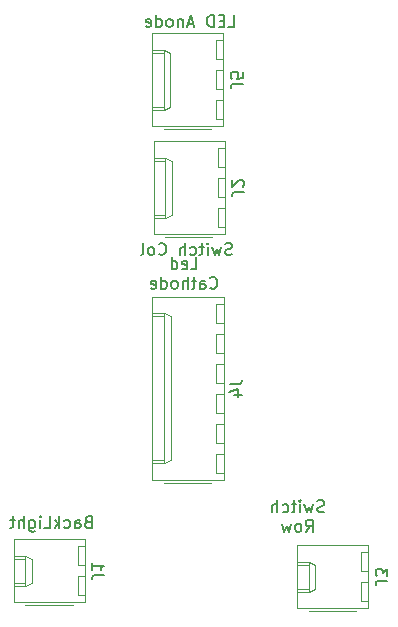
<source format=gbr>
G04 #@! TF.GenerationSoftware,KiCad,Pcbnew,(5.1.5-0-10_14)*
G04 #@! TF.CreationDate,2020-06-21T14:32:38+10:00*
G04 #@! TF.ProjectId,JETT_SELECT_Panel,4a455454-5f53-4454-9c45-43545f50616e,-*
G04 #@! TF.SameCoordinates,Original*
G04 #@! TF.FileFunction,Legend,Bot*
G04 #@! TF.FilePolarity,Positive*
%FSLAX46Y46*%
G04 Gerber Fmt 4.6, Leading zero omitted, Abs format (unit mm)*
G04 Created by KiCad (PCBNEW (5.1.5-0-10_14)) date 2020-06-21 14:32:38*
%MOMM*%
%LPD*%
G04 APERTURE LIST*
%ADD10C,0.150000*%
%ADD11C,0.120000*%
G04 APERTURE END LIST*
D10*
X106393845Y-66397130D02*
X106870035Y-66397130D01*
X106870035Y-65397130D01*
X106060511Y-65873321D02*
X105727178Y-65873321D01*
X105584321Y-66397130D02*
X106060511Y-66397130D01*
X106060511Y-65397130D01*
X105584321Y-65397130D01*
X105155750Y-66397130D02*
X105155750Y-65397130D01*
X104917654Y-65397130D01*
X104774797Y-65444750D01*
X104679559Y-65539988D01*
X104631940Y-65635226D01*
X104584321Y-65825702D01*
X104584321Y-65968559D01*
X104631940Y-66159035D01*
X104679559Y-66254273D01*
X104774797Y-66349511D01*
X104917654Y-66397130D01*
X105155750Y-66397130D01*
X103441464Y-66111416D02*
X102965273Y-66111416D01*
X103536702Y-66397130D02*
X103203369Y-65397130D01*
X102870035Y-66397130D01*
X102536702Y-65730464D02*
X102536702Y-66397130D01*
X102536702Y-65825702D02*
X102489083Y-65778083D01*
X102393845Y-65730464D01*
X102250988Y-65730464D01*
X102155750Y-65778083D01*
X102108130Y-65873321D01*
X102108130Y-66397130D01*
X101489083Y-66397130D02*
X101584321Y-66349511D01*
X101631940Y-66301892D01*
X101679559Y-66206654D01*
X101679559Y-65920940D01*
X101631940Y-65825702D01*
X101584321Y-65778083D01*
X101489083Y-65730464D01*
X101346226Y-65730464D01*
X101250988Y-65778083D01*
X101203369Y-65825702D01*
X101155750Y-65920940D01*
X101155750Y-66206654D01*
X101203369Y-66301892D01*
X101250988Y-66349511D01*
X101346226Y-66397130D01*
X101489083Y-66397130D01*
X100298607Y-66397130D02*
X100298607Y-65397130D01*
X100298607Y-66349511D02*
X100393845Y-66397130D01*
X100584321Y-66397130D01*
X100679559Y-66349511D01*
X100727178Y-66301892D01*
X100774797Y-66206654D01*
X100774797Y-65920940D01*
X100727178Y-65825702D01*
X100679559Y-65778083D01*
X100584321Y-65730464D01*
X100393845Y-65730464D01*
X100298607Y-65778083D01*
X99441464Y-66349511D02*
X99536702Y-66397130D01*
X99727178Y-66397130D01*
X99822416Y-66349511D01*
X99870035Y-66254273D01*
X99870035Y-65873321D01*
X99822416Y-65778083D01*
X99727178Y-65730464D01*
X99536702Y-65730464D01*
X99441464Y-65778083D01*
X99393845Y-65873321D01*
X99393845Y-65968559D01*
X99870035Y-66063797D01*
X106711273Y-85653511D02*
X106568416Y-85701130D01*
X106330321Y-85701130D01*
X106235083Y-85653511D01*
X106187464Y-85605892D01*
X106139845Y-85510654D01*
X106139845Y-85415416D01*
X106187464Y-85320178D01*
X106235083Y-85272559D01*
X106330321Y-85224940D01*
X106520797Y-85177321D01*
X106616035Y-85129702D01*
X106663654Y-85082083D01*
X106711273Y-84986845D01*
X106711273Y-84891607D01*
X106663654Y-84796369D01*
X106616035Y-84748750D01*
X106520797Y-84701130D01*
X106282702Y-84701130D01*
X106139845Y-84748750D01*
X105806511Y-85034464D02*
X105616035Y-85701130D01*
X105425559Y-85224940D01*
X105235083Y-85701130D01*
X105044607Y-85034464D01*
X104663654Y-85701130D02*
X104663654Y-85034464D01*
X104663654Y-84701130D02*
X104711273Y-84748750D01*
X104663654Y-84796369D01*
X104616035Y-84748750D01*
X104663654Y-84701130D01*
X104663654Y-84796369D01*
X104330321Y-85034464D02*
X103949369Y-85034464D01*
X104187464Y-84701130D02*
X104187464Y-85558273D01*
X104139845Y-85653511D01*
X104044607Y-85701130D01*
X103949369Y-85701130D01*
X103187464Y-85653511D02*
X103282702Y-85701130D01*
X103473178Y-85701130D01*
X103568416Y-85653511D01*
X103616035Y-85605892D01*
X103663654Y-85510654D01*
X103663654Y-85224940D01*
X103616035Y-85129702D01*
X103568416Y-85082083D01*
X103473178Y-85034464D01*
X103282702Y-85034464D01*
X103187464Y-85082083D01*
X102758892Y-85701130D02*
X102758892Y-84701130D01*
X102330321Y-85701130D02*
X102330321Y-85177321D01*
X102377940Y-85082083D01*
X102473178Y-85034464D01*
X102616035Y-85034464D01*
X102711273Y-85082083D01*
X102758892Y-85129702D01*
X100520797Y-85605892D02*
X100568416Y-85653511D01*
X100711273Y-85701130D01*
X100806511Y-85701130D01*
X100949369Y-85653511D01*
X101044607Y-85558273D01*
X101092226Y-85463035D01*
X101139845Y-85272559D01*
X101139845Y-85129702D01*
X101092226Y-84939226D01*
X101044607Y-84843988D01*
X100949369Y-84748750D01*
X100806511Y-84701130D01*
X100711273Y-84701130D01*
X100568416Y-84748750D01*
X100520797Y-84796369D01*
X99949369Y-85701130D02*
X100044607Y-85653511D01*
X100092226Y-85605892D01*
X100139845Y-85510654D01*
X100139845Y-85224940D01*
X100092226Y-85129702D01*
X100044607Y-85082083D01*
X99949369Y-85034464D01*
X99806511Y-85034464D01*
X99711273Y-85082083D01*
X99663654Y-85129702D01*
X99616035Y-85224940D01*
X99616035Y-85510654D01*
X99663654Y-85605892D01*
X99711273Y-85653511D01*
X99806511Y-85701130D01*
X99949369Y-85701130D01*
X99044607Y-85701130D02*
X99139845Y-85653511D01*
X99187464Y-85558273D01*
X99187464Y-84701130D01*
X103219178Y-86908130D02*
X103695369Y-86908130D01*
X103695369Y-85908130D01*
X102504892Y-86860511D02*
X102600130Y-86908130D01*
X102790607Y-86908130D01*
X102885845Y-86860511D01*
X102933464Y-86765273D01*
X102933464Y-86384321D01*
X102885845Y-86289083D01*
X102790607Y-86241464D01*
X102600130Y-86241464D01*
X102504892Y-86289083D01*
X102457273Y-86384321D01*
X102457273Y-86479559D01*
X102933464Y-86574797D01*
X101600130Y-86908130D02*
X101600130Y-85908130D01*
X101600130Y-86860511D02*
X101695369Y-86908130D01*
X101885845Y-86908130D01*
X101981083Y-86860511D01*
X102028702Y-86812892D01*
X102076321Y-86717654D01*
X102076321Y-86431940D01*
X102028702Y-86336702D01*
X101981083Y-86289083D01*
X101885845Y-86241464D01*
X101695369Y-86241464D01*
X101600130Y-86289083D01*
X104862035Y-88462892D02*
X104909654Y-88510511D01*
X105052511Y-88558130D01*
X105147750Y-88558130D01*
X105290607Y-88510511D01*
X105385845Y-88415273D01*
X105433464Y-88320035D01*
X105481083Y-88129559D01*
X105481083Y-87986702D01*
X105433464Y-87796226D01*
X105385845Y-87700988D01*
X105290607Y-87605750D01*
X105147750Y-87558130D01*
X105052511Y-87558130D01*
X104909654Y-87605750D01*
X104862035Y-87653369D01*
X104004892Y-88558130D02*
X104004892Y-88034321D01*
X104052511Y-87939083D01*
X104147750Y-87891464D01*
X104338226Y-87891464D01*
X104433464Y-87939083D01*
X104004892Y-88510511D02*
X104100130Y-88558130D01*
X104338226Y-88558130D01*
X104433464Y-88510511D01*
X104481083Y-88415273D01*
X104481083Y-88320035D01*
X104433464Y-88224797D01*
X104338226Y-88177178D01*
X104100130Y-88177178D01*
X104004892Y-88129559D01*
X103671559Y-87891464D02*
X103290607Y-87891464D01*
X103528702Y-87558130D02*
X103528702Y-88415273D01*
X103481083Y-88510511D01*
X103385845Y-88558130D01*
X103290607Y-88558130D01*
X102957273Y-88558130D02*
X102957273Y-87558130D01*
X102528702Y-88558130D02*
X102528702Y-88034321D01*
X102576321Y-87939083D01*
X102671559Y-87891464D01*
X102814416Y-87891464D01*
X102909654Y-87939083D01*
X102957273Y-87986702D01*
X101909654Y-88558130D02*
X102004892Y-88510511D01*
X102052511Y-88462892D01*
X102100130Y-88367654D01*
X102100130Y-88081940D01*
X102052511Y-87986702D01*
X102004892Y-87939083D01*
X101909654Y-87891464D01*
X101766797Y-87891464D01*
X101671559Y-87939083D01*
X101623940Y-87986702D01*
X101576321Y-88081940D01*
X101576321Y-88367654D01*
X101623940Y-88462892D01*
X101671559Y-88510511D01*
X101766797Y-88558130D01*
X101909654Y-88558130D01*
X100719178Y-88558130D02*
X100719178Y-87558130D01*
X100719178Y-88510511D02*
X100814416Y-88558130D01*
X101004892Y-88558130D01*
X101100130Y-88510511D01*
X101147750Y-88462892D01*
X101195369Y-88367654D01*
X101195369Y-88081940D01*
X101147750Y-87986702D01*
X101100130Y-87939083D01*
X101004892Y-87891464D01*
X100814416Y-87891464D01*
X100719178Y-87939083D01*
X99862035Y-88510511D02*
X99957273Y-88558130D01*
X100147750Y-88558130D01*
X100242988Y-88510511D01*
X100290607Y-88415273D01*
X100290607Y-88034321D01*
X100242988Y-87939083D01*
X100147750Y-87891464D01*
X99957273Y-87891464D01*
X99862035Y-87939083D01*
X99814416Y-88034321D01*
X99814416Y-88129559D01*
X100290607Y-88224797D01*
X114514035Y-107434511D02*
X114371178Y-107482130D01*
X114133083Y-107482130D01*
X114037845Y-107434511D01*
X113990226Y-107386892D01*
X113942607Y-107291654D01*
X113942607Y-107196416D01*
X113990226Y-107101178D01*
X114037845Y-107053559D01*
X114133083Y-107005940D01*
X114323559Y-106958321D01*
X114418797Y-106910702D01*
X114466416Y-106863083D01*
X114514035Y-106767845D01*
X114514035Y-106672607D01*
X114466416Y-106577369D01*
X114418797Y-106529750D01*
X114323559Y-106482130D01*
X114085464Y-106482130D01*
X113942607Y-106529750D01*
X113609273Y-106815464D02*
X113418797Y-107482130D01*
X113228321Y-107005940D01*
X113037845Y-107482130D01*
X112847369Y-106815464D01*
X112466416Y-107482130D02*
X112466416Y-106815464D01*
X112466416Y-106482130D02*
X112514035Y-106529750D01*
X112466416Y-106577369D01*
X112418797Y-106529750D01*
X112466416Y-106482130D01*
X112466416Y-106577369D01*
X112133083Y-106815464D02*
X111752130Y-106815464D01*
X111990226Y-106482130D02*
X111990226Y-107339273D01*
X111942607Y-107434511D01*
X111847369Y-107482130D01*
X111752130Y-107482130D01*
X110990226Y-107434511D02*
X111085464Y-107482130D01*
X111275940Y-107482130D01*
X111371178Y-107434511D01*
X111418797Y-107386892D01*
X111466416Y-107291654D01*
X111466416Y-107005940D01*
X111418797Y-106910702D01*
X111371178Y-106863083D01*
X111275940Y-106815464D01*
X111085464Y-106815464D01*
X110990226Y-106863083D01*
X110561654Y-107482130D02*
X110561654Y-106482130D01*
X110133083Y-107482130D02*
X110133083Y-106958321D01*
X110180702Y-106863083D01*
X110275940Y-106815464D01*
X110418797Y-106815464D01*
X110514035Y-106863083D01*
X110561654Y-106910702D01*
X112966416Y-109132130D02*
X113299750Y-108655940D01*
X113537845Y-109132130D02*
X113537845Y-108132130D01*
X113156892Y-108132130D01*
X113061654Y-108179750D01*
X113014035Y-108227369D01*
X112966416Y-108322607D01*
X112966416Y-108465464D01*
X113014035Y-108560702D01*
X113061654Y-108608321D01*
X113156892Y-108655940D01*
X113537845Y-108655940D01*
X112394988Y-109132130D02*
X112490226Y-109084511D01*
X112537845Y-109036892D01*
X112585464Y-108941654D01*
X112585464Y-108655940D01*
X112537845Y-108560702D01*
X112490226Y-108513083D01*
X112394988Y-108465464D01*
X112252130Y-108465464D01*
X112156892Y-108513083D01*
X112109273Y-108560702D01*
X112061654Y-108655940D01*
X112061654Y-108941654D01*
X112109273Y-109036892D01*
X112156892Y-109084511D01*
X112252130Y-109132130D01*
X112394988Y-109132130D01*
X111728321Y-108465464D02*
X111537845Y-109132130D01*
X111347369Y-108655940D01*
X111156892Y-109132130D01*
X110966416Y-108465464D01*
X94519369Y-108291321D02*
X94376511Y-108338940D01*
X94328892Y-108386559D01*
X94281273Y-108481797D01*
X94281273Y-108624654D01*
X94328892Y-108719892D01*
X94376511Y-108767511D01*
X94471750Y-108815130D01*
X94852702Y-108815130D01*
X94852702Y-107815130D01*
X94519369Y-107815130D01*
X94424130Y-107862750D01*
X94376511Y-107910369D01*
X94328892Y-108005607D01*
X94328892Y-108100845D01*
X94376511Y-108196083D01*
X94424130Y-108243702D01*
X94519369Y-108291321D01*
X94852702Y-108291321D01*
X93424130Y-108815130D02*
X93424130Y-108291321D01*
X93471750Y-108196083D01*
X93566988Y-108148464D01*
X93757464Y-108148464D01*
X93852702Y-108196083D01*
X93424130Y-108767511D02*
X93519369Y-108815130D01*
X93757464Y-108815130D01*
X93852702Y-108767511D01*
X93900321Y-108672273D01*
X93900321Y-108577035D01*
X93852702Y-108481797D01*
X93757464Y-108434178D01*
X93519369Y-108434178D01*
X93424130Y-108386559D01*
X92519369Y-108767511D02*
X92614607Y-108815130D01*
X92805083Y-108815130D01*
X92900321Y-108767511D01*
X92947940Y-108719892D01*
X92995559Y-108624654D01*
X92995559Y-108338940D01*
X92947940Y-108243702D01*
X92900321Y-108196083D01*
X92805083Y-108148464D01*
X92614607Y-108148464D01*
X92519369Y-108196083D01*
X92090797Y-108815130D02*
X92090797Y-107815130D01*
X91995559Y-108434178D02*
X91709845Y-108815130D01*
X91709845Y-108148464D02*
X92090797Y-108529416D01*
X90805083Y-108815130D02*
X91281273Y-108815130D01*
X91281273Y-107815130D01*
X90471750Y-108815130D02*
X90471750Y-108148464D01*
X90471750Y-107815130D02*
X90519369Y-107862750D01*
X90471750Y-107910369D01*
X90424130Y-107862750D01*
X90471750Y-107815130D01*
X90471750Y-107910369D01*
X89566988Y-108148464D02*
X89566988Y-108957988D01*
X89614607Y-109053226D01*
X89662226Y-109100845D01*
X89757464Y-109148464D01*
X89900321Y-109148464D01*
X89995559Y-109100845D01*
X89566988Y-108767511D02*
X89662226Y-108815130D01*
X89852702Y-108815130D01*
X89947940Y-108767511D01*
X89995559Y-108719892D01*
X90043178Y-108624654D01*
X90043178Y-108338940D01*
X89995559Y-108243702D01*
X89947940Y-108196083D01*
X89852702Y-108148464D01*
X89662226Y-108148464D01*
X89566988Y-108196083D01*
X89090797Y-108815130D02*
X89090797Y-107815130D01*
X88662226Y-108815130D02*
X88662226Y-108291321D01*
X88709845Y-108196083D01*
X88805083Y-108148464D01*
X88947940Y-108148464D01*
X89043178Y-108196083D01*
X89090797Y-108243702D01*
X88328892Y-108148464D02*
X87947940Y-108148464D01*
X88186035Y-107815130D02*
X88186035Y-108672273D01*
X88138416Y-108767511D01*
X88043178Y-108815130D01*
X87947940Y-108815130D01*
D11*
X105400000Y-89833000D02*
X106000000Y-89833000D01*
X105400000Y-91433000D02*
X105400000Y-89833000D01*
X106000000Y-91433000D02*
X105400000Y-91433000D01*
X105400000Y-92373000D02*
X106000000Y-92373000D01*
X105400000Y-93973000D02*
X105400000Y-92373000D01*
X106000000Y-93973000D02*
X105400000Y-93973000D01*
X105400000Y-94913000D02*
X106000000Y-94913000D01*
X105400000Y-96513000D02*
X105400000Y-94913000D01*
X106000000Y-96513000D02*
X105400000Y-96513000D01*
X105400000Y-97453000D02*
X106000000Y-97453000D01*
X105400000Y-99053000D02*
X105400000Y-97453000D01*
X106000000Y-99053000D02*
X105400000Y-99053000D01*
X105400000Y-99993000D02*
X106000000Y-99993000D01*
X105400000Y-101593000D02*
X105400000Y-99993000D01*
X106000000Y-101593000D02*
X105400000Y-101593000D01*
X105400000Y-102533000D02*
X106000000Y-102533000D01*
X105400000Y-104133000D02*
X105400000Y-102533000D01*
X106000000Y-104133000D02*
X105400000Y-104133000D01*
X99980000Y-90883000D02*
X100980000Y-90883000D01*
X99980000Y-103083000D02*
X100980000Y-103083000D01*
X101510000Y-90883000D02*
X100980000Y-90633000D01*
X101510000Y-103083000D02*
X101510000Y-90883000D01*
X100980000Y-103333000D02*
X101510000Y-103083000D01*
X100980000Y-90633000D02*
X99980000Y-90633000D01*
X100980000Y-103333000D02*
X100980000Y-90633000D01*
X99980000Y-103333000D02*
X100980000Y-103333000D01*
X104970000Y-105003000D02*
X100970000Y-105003000D01*
X106000000Y-89253000D02*
X106000000Y-104713000D01*
X99980000Y-89253000D02*
X106000000Y-89253000D01*
X99980000Y-104713000D02*
X99980000Y-89253000D01*
X106000000Y-104713000D02*
X99980000Y-104713000D01*
X105380000Y-67522800D02*
X105980000Y-67522800D01*
X105380000Y-69122800D02*
X105380000Y-67522800D01*
X105980000Y-69122800D02*
X105380000Y-69122800D01*
X105380000Y-70062800D02*
X105980000Y-70062800D01*
X105380000Y-71662800D02*
X105380000Y-70062800D01*
X105980000Y-71662800D02*
X105380000Y-71662800D01*
X105380000Y-72602800D02*
X105980000Y-72602800D01*
X105380000Y-74202800D02*
X105380000Y-72602800D01*
X105980000Y-74202800D02*
X105380000Y-74202800D01*
X99960000Y-68572800D02*
X100960000Y-68572800D01*
X99960000Y-73152800D02*
X100960000Y-73152800D01*
X101490000Y-68572800D02*
X100960000Y-68322800D01*
X101490000Y-73152800D02*
X101490000Y-68572800D01*
X100960000Y-73402800D02*
X101490000Y-73152800D01*
X100960000Y-68322800D02*
X99960000Y-68322800D01*
X100960000Y-73402800D02*
X100960000Y-68322800D01*
X99960000Y-73402800D02*
X100960000Y-73402800D01*
X104950000Y-75072800D02*
X100950000Y-75072800D01*
X105980000Y-66942800D02*
X105980000Y-74782800D01*
X99960000Y-66942800D02*
X105980000Y-66942800D01*
X99960000Y-74782800D02*
X99960000Y-66942800D01*
X105980000Y-74782800D02*
X99960000Y-74782800D01*
X117630000Y-110863000D02*
X118230000Y-110863000D01*
X117630000Y-112463000D02*
X117630000Y-110863000D01*
X118230000Y-112463000D02*
X117630000Y-112463000D01*
X117630000Y-113403000D02*
X118230000Y-113403000D01*
X117630000Y-115003000D02*
X117630000Y-113403000D01*
X118230000Y-115003000D02*
X117630000Y-115003000D01*
X112210000Y-111913000D02*
X113210000Y-111913000D01*
X112210000Y-113953000D02*
X113210000Y-113953000D01*
X113740000Y-111913000D02*
X113210000Y-111663000D01*
X113740000Y-113953000D02*
X113740000Y-111913000D01*
X113210000Y-114203000D02*
X113740000Y-113953000D01*
X113210000Y-111663000D02*
X112210000Y-111663000D01*
X113210000Y-114203000D02*
X113210000Y-111663000D01*
X112210000Y-114203000D02*
X113210000Y-114203000D01*
X117200000Y-115873000D02*
X113200000Y-115873000D01*
X118230000Y-110283000D02*
X118230000Y-115583000D01*
X112210000Y-110283000D02*
X118230000Y-110283000D01*
X112210000Y-115583000D02*
X112210000Y-110283000D01*
X118230000Y-115583000D02*
X112210000Y-115583000D01*
X105490000Y-76662800D02*
X106090000Y-76662800D01*
X105490000Y-78262800D02*
X105490000Y-76662800D01*
X106090000Y-78262800D02*
X105490000Y-78262800D01*
X105490000Y-79202800D02*
X106090000Y-79202800D01*
X105490000Y-80802800D02*
X105490000Y-79202800D01*
X106090000Y-80802800D02*
X105490000Y-80802800D01*
X105490000Y-81742800D02*
X106090000Y-81742800D01*
X105490000Y-83342800D02*
X105490000Y-81742800D01*
X106090000Y-83342800D02*
X105490000Y-83342800D01*
X100070000Y-77712800D02*
X101070000Y-77712800D01*
X100070000Y-82292800D02*
X101070000Y-82292800D01*
X101600000Y-77712800D02*
X101070000Y-77462800D01*
X101600000Y-82292800D02*
X101600000Y-77712800D01*
X101070000Y-82542800D02*
X101600000Y-82292800D01*
X101070000Y-77462800D02*
X100070000Y-77462800D01*
X101070000Y-82542800D02*
X101070000Y-77462800D01*
X100070000Y-82542800D02*
X101070000Y-82542800D01*
X105060000Y-84212800D02*
X101060000Y-84212800D01*
X106090000Y-76082800D02*
X106090000Y-83922800D01*
X100070000Y-76082800D02*
X106090000Y-76082800D01*
X100070000Y-83922800D02*
X100070000Y-76082800D01*
X106090000Y-83922800D02*
X100070000Y-83922800D01*
X93647800Y-110357000D02*
X94247800Y-110357000D01*
X93647800Y-111957000D02*
X93647800Y-110357000D01*
X94247800Y-111957000D02*
X93647800Y-111957000D01*
X93647800Y-112897000D02*
X94247800Y-112897000D01*
X93647800Y-114497000D02*
X93647800Y-112897000D01*
X94247800Y-114497000D02*
X93647800Y-114497000D01*
X88227800Y-111407000D02*
X89227800Y-111407000D01*
X88227800Y-113447000D02*
X89227800Y-113447000D01*
X89757800Y-111407000D02*
X89227800Y-111157000D01*
X89757800Y-113447000D02*
X89757800Y-111407000D01*
X89227800Y-113697000D02*
X89757800Y-113447000D01*
X89227800Y-111157000D02*
X88227800Y-111157000D01*
X89227800Y-113697000D02*
X89227800Y-111157000D01*
X88227800Y-113697000D02*
X89227800Y-113697000D01*
X93217800Y-115367000D02*
X89217800Y-115367000D01*
X94247800Y-109777000D02*
X94247800Y-115077000D01*
X88227800Y-109777000D02*
X94247800Y-109777000D01*
X88227800Y-115077000D02*
X88227800Y-109777000D01*
X94247800Y-115077000D02*
X88227800Y-115077000D01*
D10*
X106542380Y-96649666D02*
X107256666Y-96649666D01*
X107399523Y-96602047D01*
X107494761Y-96506809D01*
X107542380Y-96363952D01*
X107542380Y-96268714D01*
X106875714Y-97554428D02*
X107542380Y-97554428D01*
X106494761Y-97316333D02*
X107209047Y-97078238D01*
X107209047Y-97697285D01*
X107617619Y-71196133D02*
X106903333Y-71196133D01*
X106760476Y-71243752D01*
X106665238Y-71338990D01*
X106617619Y-71481847D01*
X106617619Y-71577085D01*
X107617619Y-70243752D02*
X107617619Y-70719942D01*
X107141428Y-70767561D01*
X107189047Y-70719942D01*
X107236666Y-70624704D01*
X107236666Y-70386609D01*
X107189047Y-70291371D01*
X107141428Y-70243752D01*
X107046190Y-70196133D01*
X106808095Y-70196133D01*
X106712857Y-70243752D01*
X106665238Y-70291371D01*
X106617619Y-70386609D01*
X106617619Y-70624704D01*
X106665238Y-70719942D01*
X106712857Y-70767561D01*
X119867619Y-113266333D02*
X119153333Y-113266333D01*
X119010476Y-113313952D01*
X118915238Y-113409190D01*
X118867619Y-113552047D01*
X118867619Y-113647285D01*
X119867619Y-112885380D02*
X119867619Y-112266333D01*
X119486666Y-112599666D01*
X119486666Y-112456809D01*
X119439047Y-112361571D01*
X119391428Y-112313952D01*
X119296190Y-112266333D01*
X119058095Y-112266333D01*
X118962857Y-112313952D01*
X118915238Y-112361571D01*
X118867619Y-112456809D01*
X118867619Y-112742523D01*
X118915238Y-112837761D01*
X118962857Y-112885380D01*
X107727619Y-80336133D02*
X107013333Y-80336133D01*
X106870476Y-80383752D01*
X106775238Y-80478990D01*
X106727619Y-80621847D01*
X106727619Y-80717085D01*
X107632380Y-79907561D02*
X107680000Y-79859942D01*
X107727619Y-79764704D01*
X107727619Y-79526609D01*
X107680000Y-79431371D01*
X107632380Y-79383752D01*
X107537142Y-79336133D01*
X107441904Y-79336133D01*
X107299047Y-79383752D01*
X106727619Y-79955180D01*
X106727619Y-79336133D01*
X95885419Y-112760333D02*
X95171133Y-112760333D01*
X95028276Y-112807952D01*
X94933038Y-112903190D01*
X94885419Y-113046047D01*
X94885419Y-113141285D01*
X94885419Y-111760333D02*
X94885419Y-112331761D01*
X94885419Y-112046047D02*
X95885419Y-112046047D01*
X95742561Y-112141285D01*
X95647323Y-112236523D01*
X95599704Y-112331761D01*
M02*

</source>
